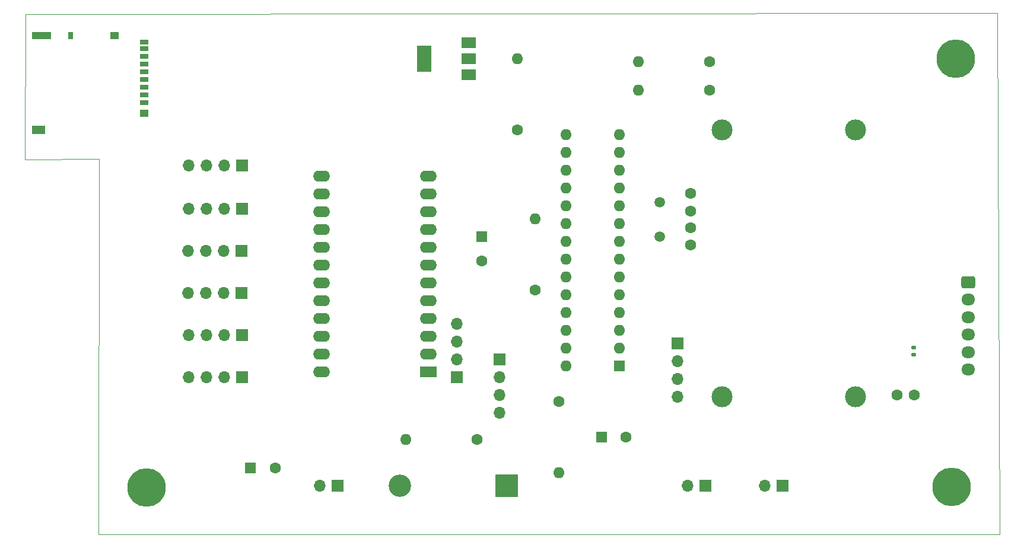
<source format=gts>
%TF.GenerationSoftware,KiCad,Pcbnew,7.0.9*%
%TF.CreationDate,2023-12-29T10:55:07+07:00*%
%TF.ProjectId,incuTester,696e6375-5465-4737-9465-722e6b696361,rev?*%
%TF.SameCoordinates,Original*%
%TF.FileFunction,Soldermask,Top*%
%TF.FilePolarity,Negative*%
%FSLAX46Y46*%
G04 Gerber Fmt 4.6, Leading zero omitted, Abs format (unit mm)*
G04 Created by KiCad (PCBNEW 7.0.9) date 2023-12-29 10:55:07*
%MOMM*%
%LPD*%
G01*
G04 APERTURE LIST*
G04 Aperture macros list*
%AMRoundRect*
0 Rectangle with rounded corners*
0 $1 Rounding radius*
0 $2 $3 $4 $5 $6 $7 $8 $9 X,Y pos of 4 corners*
0 Add a 4 corners polygon primitive as box body*
4,1,4,$2,$3,$4,$5,$6,$7,$8,$9,$2,$3,0*
0 Add four circle primitives for the rounded corners*
1,1,$1+$1,$2,$3*
1,1,$1+$1,$4,$5*
1,1,$1+$1,$6,$7*
1,1,$1+$1,$8,$9*
0 Add four rect primitives between the rounded corners*
20,1,$1+$1,$2,$3,$4,$5,0*
20,1,$1+$1,$4,$5,$6,$7,0*
20,1,$1+$1,$6,$7,$8,$9,0*
20,1,$1+$1,$8,$9,$2,$3,0*%
G04 Aperture macros list end*
%ADD10R,2.000000X1.500000*%
%ADD11R,2.000000X3.800000*%
%ADD12C,1.600000*%
%ADD13O,1.600000X1.600000*%
%ADD14R,1.700000X1.700000*%
%ADD15O,1.700000X1.700000*%
%ADD16C,3.000000*%
%ADD17R,2.400000X1.600000*%
%ADD18O,2.400000X1.600000*%
%ADD19R,1.600000X1.600000*%
%ADD20C,5.500000*%
%ADD21RoundRect,0.135000X0.185000X-0.135000X0.185000X0.135000X-0.185000X0.135000X-0.185000X-0.135000X0*%
%ADD22R,3.200000X3.200000*%
%ADD23O,3.200000X3.200000*%
%ADD24R,1.200000X0.700000*%
%ADD25R,0.800000X1.000000*%
%ADD26R,1.200000X1.000000*%
%ADD27R,2.800000X1.000000*%
%ADD28R,1.900000X1.300000*%
%ADD29C,1.500000*%
%ADD30RoundRect,0.250000X-0.725000X0.600000X-0.725000X-0.600000X0.725000X-0.600000X0.725000X0.600000X0*%
%ADD31O,1.950000X1.700000*%
%TA.AperFunction,Profile*%
%ADD32C,0.100000*%
%TD*%
G04 APERTURE END LIST*
D10*
%TO.C,U3*%
X145390000Y-70880000D03*
X145390000Y-68580000D03*
D11*
X139090000Y-68580000D03*
D10*
X145390000Y-66280000D03*
%TD*%
D12*
%TO.C,R5*%
X154940000Y-101600000D03*
D13*
X154940000Y-91440000D03*
%TD*%
D14*
%TO.C,P2*%
X179197000Y-129540000D03*
D15*
X176657000Y-129540000D03*
%TD*%
D12*
%TO.C,R4*%
X158300000Y-117520000D03*
D13*
X158300000Y-127680000D03*
%TD*%
D14*
%TO.C,J3*%
X149800000Y-111460000D03*
D15*
X149800000Y-114000000D03*
X149800000Y-116540000D03*
X149800000Y-119080000D03*
%TD*%
D12*
%TO.C,R1*%
X179832000Y-68961000D03*
D13*
X169672000Y-68961000D03*
%TD*%
D14*
%TO.C,J1*%
X190246000Y-129540000D03*
D15*
X187706000Y-129540000D03*
%TD*%
D12*
%TO.C,C_Rst*%
X206550000Y-116600000D03*
X209050000Y-116600000D03*
%TD*%
D14*
%TO.C,J7*%
X113020000Y-96000000D03*
D15*
X110480000Y-96000000D03*
X107940000Y-96000000D03*
X105400000Y-96000000D03*
%TD*%
D14*
%TO.C,J9*%
X113080000Y-108000000D03*
D15*
X110540000Y-108000000D03*
X108000000Y-108000000D03*
X105460000Y-108000000D03*
%TD*%
D16*
%TO.C,U1*%
X181610000Y-116840000D03*
X200660000Y-116840000D03*
X181610000Y-78740000D03*
X200660000Y-78740000D03*
%TD*%
D17*
%TO.C,U4*%
X139700000Y-113281000D03*
D18*
X139700000Y-110741000D03*
X139700000Y-108201000D03*
X139700000Y-105661000D03*
X139700000Y-103121000D03*
X139700000Y-100581000D03*
X139700000Y-98041000D03*
X139700000Y-95501000D03*
X139700000Y-92961000D03*
X139700000Y-90421000D03*
X139700000Y-87881000D03*
X139700000Y-85341000D03*
X124460000Y-85341000D03*
X124460000Y-87881000D03*
X124460000Y-90421000D03*
X124460000Y-92961000D03*
X124460000Y-95501000D03*
X124460000Y-98041000D03*
X124460000Y-100581000D03*
X124460000Y-103121000D03*
X124460000Y-105661000D03*
X124460000Y-108201000D03*
X124460000Y-110741000D03*
X124460000Y-113281000D03*
%TD*%
D19*
%TO.C,U2*%
X166904000Y-112416000D03*
D13*
X166904000Y-109876000D03*
X166904000Y-107336000D03*
X166904000Y-104796000D03*
X166904000Y-102256000D03*
X166904000Y-99716000D03*
X166904000Y-97176000D03*
X166904000Y-94636000D03*
X166904000Y-92096000D03*
X166904000Y-89556000D03*
X166904000Y-87016000D03*
X166904000Y-84476000D03*
X166904000Y-81936000D03*
X166904000Y-79396000D03*
X159284000Y-79396000D03*
X159284000Y-81936000D03*
X159284000Y-84476000D03*
X159284000Y-87016000D03*
X159284000Y-89556000D03*
X159284000Y-92096000D03*
X159284000Y-94636000D03*
X159284000Y-97176000D03*
X159284000Y-99716000D03*
X159284000Y-102256000D03*
X159284000Y-104796000D03*
X159284000Y-107336000D03*
X159284000Y-109876000D03*
X159284000Y-112416000D03*
%TD*%
D20*
%TO.C,*%
X99420000Y-129820000D03*
%TD*%
D21*
%TO.C,R0*%
X208950000Y-110800000D03*
X208950000Y-109780000D03*
%TD*%
D19*
%TO.C,C1*%
X147320000Y-93980000D03*
D12*
X147320000Y-97480000D03*
%TD*%
D14*
%TO.C,J2*%
X175260000Y-109220000D03*
D15*
X175260000Y-111760000D03*
X175260000Y-114300000D03*
X175260000Y-116840000D03*
%TD*%
D14*
%TO.C,P1*%
X126746000Y-129540000D03*
D15*
X124206000Y-129540000D03*
%TD*%
D14*
%TO.C,J5*%
X113080000Y-83820000D03*
D15*
X110540000Y-83820000D03*
X108000000Y-83820000D03*
X105460000Y-83820000D03*
%TD*%
D22*
%TO.C,D1*%
X150876000Y-129540000D03*
D23*
X135636000Y-129540000D03*
%TD*%
D14*
%TO.C,J10*%
X113080000Y-114000000D03*
D15*
X110540000Y-114000000D03*
X108000000Y-114000000D03*
X105460000Y-114000000D03*
%TD*%
D14*
%TO.C,J8*%
X113020000Y-102000000D03*
D15*
X110480000Y-102000000D03*
X107940000Y-102000000D03*
X105400000Y-102000000D03*
%TD*%
D20*
%TO.C,REF\u002A\u002A*%
X214330000Y-129680000D03*
%TD*%
D12*
%TO.C,R2*%
X152400000Y-78740000D03*
D13*
X152400000Y-68580000D03*
%TD*%
D12*
%TO.C,R6*%
X179832000Y-73025000D03*
D13*
X169672000Y-73025000D03*
%TD*%
D19*
%TO.C,C3*%
X114300000Y-127000000D03*
D12*
X117800000Y-127000000D03*
%TD*%
%TO.C,C5*%
X177100000Y-87800000D03*
X177100000Y-90300000D03*
%TD*%
%TO.C,C4*%
X177100000Y-95200000D03*
X177100000Y-92700000D03*
%TD*%
D24*
%TO.C,J4*%
X99150000Y-74850000D03*
X99150000Y-73750000D03*
X99150000Y-72650000D03*
X99150000Y-71550000D03*
X99150000Y-70450000D03*
X99150000Y-69350000D03*
X99150000Y-68250000D03*
X99150000Y-67150000D03*
X99150000Y-66200000D03*
D25*
X88650000Y-65250000D03*
D26*
X94850000Y-65250000D03*
D27*
X84500000Y-65250000D03*
D26*
X99150000Y-76400000D03*
D28*
X84050000Y-78750000D03*
%TD*%
D29*
%TO.C,X1*%
X172720000Y-93980000D03*
X172720000Y-89080000D03*
%TD*%
D14*
%TO.C,i2C1*%
X143700000Y-114020000D03*
D15*
X143700000Y-111480000D03*
X143700000Y-108940000D03*
X143700000Y-106400000D03*
%TD*%
D14*
%TO.C,J6*%
X113080000Y-90000000D03*
D15*
X110540000Y-90000000D03*
X108000000Y-90000000D03*
X105460000Y-90000000D03*
%TD*%
D19*
%TO.C,C2*%
X164378000Y-122555000D03*
D12*
X167878000Y-122555000D03*
%TD*%
%TO.C,R3*%
X146580000Y-122900000D03*
D13*
X136420000Y-122900000D03*
%TD*%
D30*
%TO.C,REF\u002A\u002A*%
X216700000Y-100470000D03*
D31*
X216700000Y-102970000D03*
X216700000Y-105470000D03*
X216700000Y-107970000D03*
X216700000Y-110470000D03*
X216700000Y-112970000D03*
%TD*%
D20*
%TO.C,*%
X214930000Y-68560000D03*
%TD*%
D32*
X92592500Y-136510000D02*
X221175000Y-136470000D01*
X82190000Y-62250000D02*
X82070000Y-82930000D01*
X92647500Y-82850000D02*
X92592500Y-136510000D01*
X82070000Y-82930000D02*
X92647500Y-82850000D01*
X220870000Y-62090000D02*
X82190000Y-62250000D01*
X221175000Y-136470000D02*
X220870000Y-62090000D01*
M02*

</source>
